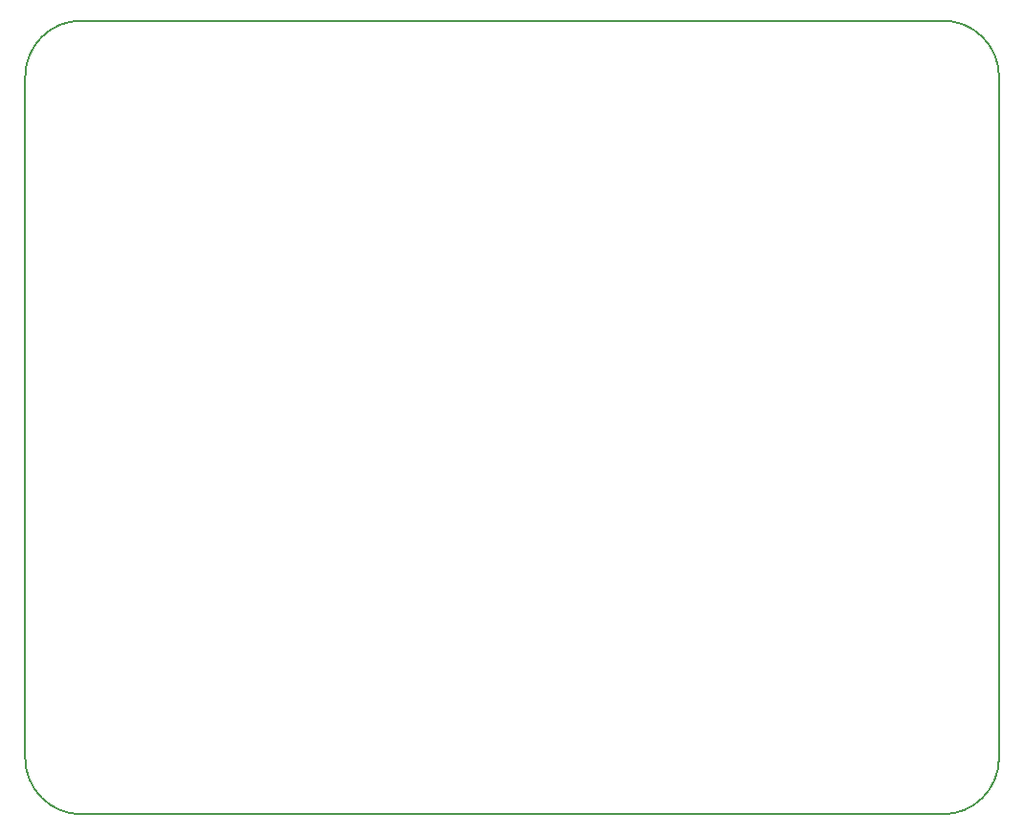
<source format=gbr>
%TF.GenerationSoftware,KiCad,Pcbnew,(6.0.10)*%
%TF.CreationDate,2023-01-10T16:59:13+01:00*%
%TF.ProjectId,rp2040_keyboard,72703230-3430-45f6-9b65-79626f617264,rev?*%
%TF.SameCoordinates,Original*%
%TF.FileFunction,Profile,NP*%
%FSLAX46Y46*%
G04 Gerber Fmt 4.6, Leading zero omitted, Abs format (unit mm)*
G04 Created by KiCad (PCBNEW (6.0.10)) date 2023-01-10 16:59:13*
%MOMM*%
%LPD*%
G01*
G04 APERTURE LIST*
%TA.AperFunction,Profile*%
%ADD10C,0.150000*%
%TD*%
G04 APERTURE END LIST*
D10*
X50000000Y-43450000D02*
X126200000Y-43450000D01*
X131199996Y-48400000D02*
G75*
G03*
X126200000Y-43450000I-4950240J10D01*
G01*
X50000000Y-43450000D02*
G75*
G03*
X45050000Y-48400000I0J-4950000D01*
G01*
X131199997Y-48400000D02*
X131200000Y-108750000D01*
X45049998Y-108700000D02*
G75*
G03*
X50000000Y-113700000I4975002J-24998D01*
G01*
X126200000Y-113700000D02*
G75*
G03*
X131200000Y-108750000I24998J4975002D01*
G01*
X45049998Y-108700000D02*
X45050000Y-48400000D01*
X126200000Y-113700000D02*
X50000000Y-113700000D01*
M02*

</source>
